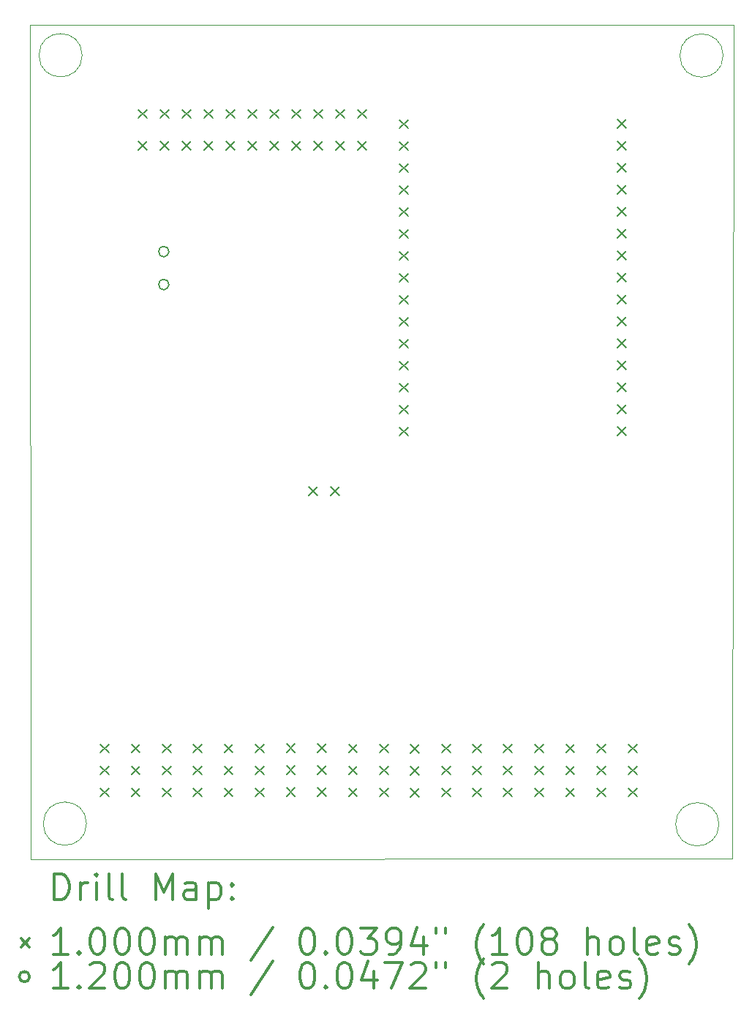
<source format=gbr>
%FSLAX45Y45*%
G04 Gerber Fmt 4.5, Leading zero omitted, Abs format (unit mm)*
G04 Created by KiCad (PCBNEW (5.1.10)-1) date 2023-01-28 17:59:57*
%MOMM*%
%LPD*%
G01*
G04 APERTURE LIST*
%TA.AperFunction,Profile*%
%ADD10C,0.050000*%
%TD*%
%TA.AperFunction,Profile*%
%ADD11C,0.100000*%
%TD*%
%ADD12C,0.200000*%
%ADD13C,0.300000*%
G04 APERTURE END LIST*
D10*
X15095561Y-18250154D02*
G75*
G03*
X15095561Y-18250154I-250023J0D01*
G01*
X7775789Y-18242534D02*
G75*
G03*
X7775789Y-18242534I-250023J0D01*
G01*
X7726005Y-9354566D02*
G75*
G03*
X7726005Y-9354566I-250023J0D01*
G01*
X15144329Y-9358122D02*
G75*
G03*
X15144329Y-9358122I-250023J0D01*
G01*
D11*
X7122414Y-9002014D02*
X15268194Y-9007094D01*
X7127494Y-18651982D02*
X7122414Y-9002014D01*
X7127494Y-18652490D02*
X7127494Y-18651982D01*
X15250922Y-18649442D02*
X7127494Y-18652490D01*
X15268194Y-9007094D02*
X15250922Y-18649442D01*
D12*
X7935760Y-17322330D02*
X8035760Y-17422330D01*
X8035760Y-17322330D02*
X7935760Y-17422330D01*
X7935760Y-17576330D02*
X8035760Y-17676330D01*
X8035760Y-17576330D02*
X7935760Y-17676330D01*
X7935760Y-17830330D02*
X8035760Y-17930330D01*
X8035760Y-17830330D02*
X7935760Y-17930330D01*
X8295170Y-17322330D02*
X8395170Y-17422330D01*
X8395170Y-17322330D02*
X8295170Y-17422330D01*
X8295170Y-17576330D02*
X8395170Y-17676330D01*
X8395170Y-17576330D02*
X8295170Y-17676330D01*
X8295170Y-17830330D02*
X8395170Y-17930330D01*
X8395170Y-17830330D02*
X8295170Y-17930330D01*
X8376450Y-9981730D02*
X8476450Y-10081730D01*
X8476450Y-9981730D02*
X8376450Y-10081730D01*
X8376450Y-10348760D02*
X8476450Y-10448760D01*
X8476450Y-10348760D02*
X8376450Y-10448760D01*
X8630450Y-9981730D02*
X8730450Y-10081730D01*
X8730450Y-9981730D02*
X8630450Y-10081730D01*
X8630450Y-10348760D02*
X8730450Y-10448760D01*
X8730450Y-10348760D02*
X8630450Y-10448760D01*
X8653310Y-17322330D02*
X8753310Y-17422330D01*
X8753310Y-17322330D02*
X8653310Y-17422330D01*
X8653310Y-17576330D02*
X8753310Y-17676330D01*
X8753310Y-17576330D02*
X8653310Y-17676330D01*
X8653310Y-17830330D02*
X8753310Y-17930330D01*
X8753310Y-17830330D02*
X8653310Y-17930330D01*
X8884450Y-9981730D02*
X8984450Y-10081730D01*
X8984450Y-9981730D02*
X8884450Y-10081730D01*
X8884450Y-10348760D02*
X8984450Y-10448760D01*
X8984450Y-10348760D02*
X8884450Y-10448760D01*
X9011450Y-17322330D02*
X9111450Y-17422330D01*
X9111450Y-17322330D02*
X9011450Y-17422330D01*
X9011450Y-17576330D02*
X9111450Y-17676330D01*
X9111450Y-17576330D02*
X9011450Y-17676330D01*
X9011450Y-17830330D02*
X9111450Y-17930330D01*
X9111450Y-17830330D02*
X9011450Y-17930330D01*
X9138450Y-9981730D02*
X9238450Y-10081730D01*
X9238450Y-9981730D02*
X9138450Y-10081730D01*
X9138450Y-10348760D02*
X9238450Y-10448760D01*
X9238450Y-10348760D02*
X9138450Y-10448760D01*
X9370860Y-17322330D02*
X9470860Y-17422330D01*
X9470860Y-17322330D02*
X9370860Y-17422330D01*
X9370860Y-17576330D02*
X9470860Y-17676330D01*
X9470860Y-17576330D02*
X9370860Y-17676330D01*
X9370860Y-17830330D02*
X9470860Y-17930330D01*
X9470860Y-17830330D02*
X9370860Y-17930330D01*
X9392450Y-9981730D02*
X9492450Y-10081730D01*
X9492450Y-9981730D02*
X9392450Y-10081730D01*
X9392450Y-10348760D02*
X9492450Y-10448760D01*
X9492450Y-10348760D02*
X9392450Y-10448760D01*
X9646450Y-9981730D02*
X9746450Y-10081730D01*
X9746450Y-9981730D02*
X9646450Y-10081730D01*
X9646450Y-10348760D02*
X9746450Y-10448760D01*
X9746450Y-10348760D02*
X9646450Y-10448760D01*
X9730270Y-17322330D02*
X9830270Y-17422330D01*
X9830270Y-17322330D02*
X9730270Y-17422330D01*
X9730270Y-17576330D02*
X9830270Y-17676330D01*
X9830270Y-17576330D02*
X9730270Y-17676330D01*
X9730270Y-17830330D02*
X9830270Y-17930330D01*
X9830270Y-17830330D02*
X9730270Y-17930330D01*
X9900450Y-9981730D02*
X10000450Y-10081730D01*
X10000450Y-9981730D02*
X9900450Y-10081730D01*
X9900450Y-10348760D02*
X10000450Y-10448760D01*
X10000450Y-10348760D02*
X9900450Y-10448760D01*
X10090950Y-17321060D02*
X10190950Y-17421060D01*
X10190950Y-17321060D02*
X10090950Y-17421060D01*
X10090950Y-17575060D02*
X10190950Y-17675060D01*
X10190950Y-17575060D02*
X10090950Y-17675060D01*
X10090950Y-17829060D02*
X10190950Y-17929060D01*
X10190950Y-17829060D02*
X10090950Y-17929060D01*
X10154450Y-9981730D02*
X10254450Y-10081730D01*
X10254450Y-9981730D02*
X10154450Y-10081730D01*
X10154450Y-10348760D02*
X10254450Y-10448760D01*
X10254450Y-10348760D02*
X10154450Y-10448760D01*
X10348760Y-14347990D02*
X10448760Y-14447990D01*
X10448760Y-14347990D02*
X10348760Y-14447990D01*
X10408450Y-9981730D02*
X10508450Y-10081730D01*
X10508450Y-9981730D02*
X10408450Y-10081730D01*
X10408450Y-10348760D02*
X10508450Y-10448760D01*
X10508450Y-10348760D02*
X10408450Y-10448760D01*
X10449090Y-17321060D02*
X10549090Y-17421060D01*
X10549090Y-17321060D02*
X10449090Y-17421060D01*
X10449090Y-17575060D02*
X10549090Y-17675060D01*
X10549090Y-17575060D02*
X10449090Y-17675060D01*
X10449090Y-17829060D02*
X10549090Y-17929060D01*
X10549090Y-17829060D02*
X10449090Y-17929060D01*
X10602760Y-14347990D02*
X10702760Y-14447990D01*
X10702760Y-14347990D02*
X10602760Y-14447990D01*
X10662450Y-9981730D02*
X10762450Y-10081730D01*
X10762450Y-9981730D02*
X10662450Y-10081730D01*
X10662450Y-10348760D02*
X10762450Y-10448760D01*
X10762450Y-10348760D02*
X10662450Y-10448760D01*
X10809770Y-17322330D02*
X10909770Y-17422330D01*
X10909770Y-17322330D02*
X10809770Y-17422330D01*
X10809770Y-17576330D02*
X10909770Y-17676330D01*
X10909770Y-17576330D02*
X10809770Y-17676330D01*
X10809770Y-17830330D02*
X10909770Y-17930330D01*
X10909770Y-17830330D02*
X10809770Y-17930330D01*
X10916450Y-9981730D02*
X11016450Y-10081730D01*
X11016450Y-9981730D02*
X10916450Y-10081730D01*
X10916450Y-10348760D02*
X11016450Y-10448760D01*
X11016450Y-10348760D02*
X10916450Y-10448760D01*
X11169180Y-17323600D02*
X11269180Y-17423600D01*
X11269180Y-17323600D02*
X11169180Y-17423600D01*
X11169180Y-17577600D02*
X11269180Y-17677600D01*
X11269180Y-17577600D02*
X11169180Y-17677600D01*
X11169180Y-17831600D02*
X11269180Y-17931600D01*
X11269180Y-17831600D02*
X11169180Y-17931600D01*
X11401590Y-10101110D02*
X11501590Y-10201110D01*
X11501590Y-10101110D02*
X11401590Y-10201110D01*
X11401590Y-10355110D02*
X11501590Y-10455110D01*
X11501590Y-10355110D02*
X11401590Y-10455110D01*
X11401590Y-10609110D02*
X11501590Y-10709110D01*
X11501590Y-10609110D02*
X11401590Y-10709110D01*
X11401590Y-10863110D02*
X11501590Y-10963110D01*
X11501590Y-10863110D02*
X11401590Y-10963110D01*
X11401590Y-11117110D02*
X11501590Y-11217110D01*
X11501590Y-11117110D02*
X11401590Y-11217110D01*
X11401590Y-11371110D02*
X11501590Y-11471110D01*
X11501590Y-11371110D02*
X11401590Y-11471110D01*
X11401590Y-11625110D02*
X11501590Y-11725110D01*
X11501590Y-11625110D02*
X11401590Y-11725110D01*
X11401590Y-11879110D02*
X11501590Y-11979110D01*
X11501590Y-11879110D02*
X11401590Y-11979110D01*
X11401590Y-12133110D02*
X11501590Y-12233110D01*
X11501590Y-12133110D02*
X11401590Y-12233110D01*
X11401590Y-12387110D02*
X11501590Y-12487110D01*
X11501590Y-12387110D02*
X11401590Y-12487110D01*
X11401590Y-12641110D02*
X11501590Y-12741110D01*
X11501590Y-12641110D02*
X11401590Y-12741110D01*
X11401590Y-12895110D02*
X11501590Y-12995110D01*
X11501590Y-12895110D02*
X11401590Y-12995110D01*
X11401590Y-13149110D02*
X11501590Y-13249110D01*
X11501590Y-13149110D02*
X11401590Y-13249110D01*
X11401590Y-13403110D02*
X11501590Y-13503110D01*
X11501590Y-13403110D02*
X11401590Y-13503110D01*
X11401590Y-13657110D02*
X11501590Y-13757110D01*
X11501590Y-13657110D02*
X11401590Y-13757110D01*
X11528590Y-17324870D02*
X11628590Y-17424870D01*
X11628590Y-17324870D02*
X11528590Y-17424870D01*
X11528590Y-17578870D02*
X11628590Y-17678870D01*
X11628590Y-17578870D02*
X11528590Y-17678870D01*
X11528590Y-17832870D02*
X11628590Y-17932870D01*
X11628590Y-17832870D02*
X11528590Y-17932870D01*
X11888000Y-17323600D02*
X11988000Y-17423600D01*
X11988000Y-17323600D02*
X11888000Y-17423600D01*
X11888000Y-17577600D02*
X11988000Y-17677600D01*
X11988000Y-17577600D02*
X11888000Y-17677600D01*
X11888000Y-17831600D02*
X11988000Y-17931600D01*
X11988000Y-17831600D02*
X11888000Y-17931600D01*
X12247410Y-17323600D02*
X12347410Y-17423600D01*
X12347410Y-17323600D02*
X12247410Y-17423600D01*
X12247410Y-17577600D02*
X12347410Y-17677600D01*
X12347410Y-17577600D02*
X12247410Y-17677600D01*
X12247410Y-17831600D02*
X12347410Y-17931600D01*
X12347410Y-17831600D02*
X12247410Y-17931600D01*
X12604280Y-17323600D02*
X12704280Y-17423600D01*
X12704280Y-17323600D02*
X12604280Y-17423600D01*
X12604280Y-17577600D02*
X12704280Y-17677600D01*
X12704280Y-17577600D02*
X12604280Y-17677600D01*
X12604280Y-17831600D02*
X12704280Y-17931600D01*
X12704280Y-17831600D02*
X12604280Y-17931600D01*
X12964960Y-17323600D02*
X13064960Y-17423600D01*
X13064960Y-17323600D02*
X12964960Y-17423600D01*
X12964960Y-17577600D02*
X13064960Y-17677600D01*
X13064960Y-17577600D02*
X12964960Y-17677600D01*
X12964960Y-17831600D02*
X13064960Y-17931600D01*
X13064960Y-17831600D02*
X12964960Y-17931600D01*
X13325640Y-17323600D02*
X13425640Y-17423600D01*
X13425640Y-17323600D02*
X13325640Y-17423600D01*
X13325640Y-17577600D02*
X13425640Y-17677600D01*
X13425640Y-17577600D02*
X13325640Y-17677600D01*
X13325640Y-17831600D02*
X13425640Y-17931600D01*
X13425640Y-17831600D02*
X13325640Y-17931600D01*
X13686320Y-17322330D02*
X13786320Y-17422330D01*
X13786320Y-17322330D02*
X13686320Y-17422330D01*
X13686320Y-17576330D02*
X13786320Y-17676330D01*
X13786320Y-17576330D02*
X13686320Y-17676330D01*
X13686320Y-17830330D02*
X13786320Y-17930330D01*
X13786320Y-17830330D02*
X13686320Y-17930330D01*
X13925080Y-10097300D02*
X14025080Y-10197300D01*
X14025080Y-10097300D02*
X13925080Y-10197300D01*
X13925080Y-10351300D02*
X14025080Y-10451300D01*
X14025080Y-10351300D02*
X13925080Y-10451300D01*
X13925080Y-10605300D02*
X14025080Y-10705300D01*
X14025080Y-10605300D02*
X13925080Y-10705300D01*
X13925080Y-10859300D02*
X14025080Y-10959300D01*
X14025080Y-10859300D02*
X13925080Y-10959300D01*
X13925080Y-11113300D02*
X14025080Y-11213300D01*
X14025080Y-11113300D02*
X13925080Y-11213300D01*
X13925080Y-11367300D02*
X14025080Y-11467300D01*
X14025080Y-11367300D02*
X13925080Y-11467300D01*
X13925080Y-11621300D02*
X14025080Y-11721300D01*
X14025080Y-11621300D02*
X13925080Y-11721300D01*
X13925080Y-11875300D02*
X14025080Y-11975300D01*
X14025080Y-11875300D02*
X13925080Y-11975300D01*
X13925080Y-12129300D02*
X14025080Y-12229300D01*
X14025080Y-12129300D02*
X13925080Y-12229300D01*
X13925080Y-12383300D02*
X14025080Y-12483300D01*
X14025080Y-12383300D02*
X13925080Y-12483300D01*
X13925080Y-12637300D02*
X14025080Y-12737300D01*
X14025080Y-12637300D02*
X13925080Y-12737300D01*
X13925080Y-12891300D02*
X14025080Y-12991300D01*
X14025080Y-12891300D02*
X13925080Y-12991300D01*
X13925080Y-13145300D02*
X14025080Y-13245300D01*
X14025080Y-13145300D02*
X13925080Y-13245300D01*
X13925080Y-13399300D02*
X14025080Y-13499300D01*
X14025080Y-13399300D02*
X13925080Y-13499300D01*
X13925080Y-13653300D02*
X14025080Y-13753300D01*
X14025080Y-13653300D02*
X13925080Y-13753300D01*
X14045730Y-17322330D02*
X14145730Y-17422330D01*
X14145730Y-17322330D02*
X14045730Y-17422330D01*
X14045730Y-17576330D02*
X14145730Y-17676330D01*
X14145730Y-17576330D02*
X14045730Y-17676330D01*
X14045730Y-17830330D02*
X14145730Y-17930330D01*
X14145730Y-17830330D02*
X14045730Y-17930330D01*
X8730290Y-11625580D02*
G75*
G03*
X8730290Y-11625580I-60000J0D01*
G01*
X8730290Y-12006580D02*
G75*
G03*
X8730290Y-12006580I-60000J0D01*
G01*
D13*
X7403842Y-19123204D02*
X7403842Y-18823204D01*
X7475271Y-18823204D01*
X7518128Y-18837490D01*
X7546700Y-18866062D01*
X7560985Y-18894633D01*
X7575271Y-18951776D01*
X7575271Y-18994633D01*
X7560985Y-19051776D01*
X7546700Y-19080347D01*
X7518128Y-19108919D01*
X7475271Y-19123204D01*
X7403842Y-19123204D01*
X7703842Y-19123204D02*
X7703842Y-18923204D01*
X7703842Y-18980347D02*
X7718128Y-18951776D01*
X7732414Y-18937490D01*
X7760985Y-18923204D01*
X7789557Y-18923204D01*
X7889557Y-19123204D02*
X7889557Y-18923204D01*
X7889557Y-18823204D02*
X7875271Y-18837490D01*
X7889557Y-18851776D01*
X7903842Y-18837490D01*
X7889557Y-18823204D01*
X7889557Y-18851776D01*
X8075271Y-19123204D02*
X8046700Y-19108919D01*
X8032414Y-19080347D01*
X8032414Y-18823204D01*
X8232414Y-19123204D02*
X8203842Y-19108919D01*
X8189557Y-19080347D01*
X8189557Y-18823204D01*
X8575271Y-19123204D02*
X8575271Y-18823204D01*
X8675271Y-19037490D01*
X8775271Y-18823204D01*
X8775271Y-19123204D01*
X9046700Y-19123204D02*
X9046700Y-18966062D01*
X9032414Y-18937490D01*
X9003842Y-18923204D01*
X8946700Y-18923204D01*
X8918128Y-18937490D01*
X9046700Y-19108919D02*
X9018128Y-19123204D01*
X8946700Y-19123204D01*
X8918128Y-19108919D01*
X8903842Y-19080347D01*
X8903842Y-19051776D01*
X8918128Y-19023204D01*
X8946700Y-19008919D01*
X9018128Y-19008919D01*
X9046700Y-18994633D01*
X9189557Y-18923204D02*
X9189557Y-19223204D01*
X9189557Y-18937490D02*
X9218128Y-18923204D01*
X9275271Y-18923204D01*
X9303842Y-18937490D01*
X9318128Y-18951776D01*
X9332414Y-18980347D01*
X9332414Y-19066062D01*
X9318128Y-19094633D01*
X9303842Y-19108919D01*
X9275271Y-19123204D01*
X9218128Y-19123204D01*
X9189557Y-19108919D01*
X9460985Y-19094633D02*
X9475271Y-19108919D01*
X9460985Y-19123204D01*
X9446700Y-19108919D01*
X9460985Y-19094633D01*
X9460985Y-19123204D01*
X9460985Y-18937490D02*
X9475271Y-18951776D01*
X9460985Y-18966062D01*
X9446700Y-18951776D01*
X9460985Y-18937490D01*
X9460985Y-18966062D01*
X7017414Y-19567490D02*
X7117414Y-19667490D01*
X7117414Y-19567490D02*
X7017414Y-19667490D01*
X7560985Y-19753204D02*
X7389557Y-19753204D01*
X7475271Y-19753204D02*
X7475271Y-19453204D01*
X7446700Y-19496062D01*
X7418128Y-19524633D01*
X7389557Y-19538919D01*
X7689557Y-19724633D02*
X7703842Y-19738919D01*
X7689557Y-19753204D01*
X7675271Y-19738919D01*
X7689557Y-19724633D01*
X7689557Y-19753204D01*
X7889557Y-19453204D02*
X7918128Y-19453204D01*
X7946700Y-19467490D01*
X7960985Y-19481776D01*
X7975271Y-19510347D01*
X7989557Y-19567490D01*
X7989557Y-19638919D01*
X7975271Y-19696062D01*
X7960985Y-19724633D01*
X7946700Y-19738919D01*
X7918128Y-19753204D01*
X7889557Y-19753204D01*
X7860985Y-19738919D01*
X7846700Y-19724633D01*
X7832414Y-19696062D01*
X7818128Y-19638919D01*
X7818128Y-19567490D01*
X7832414Y-19510347D01*
X7846700Y-19481776D01*
X7860985Y-19467490D01*
X7889557Y-19453204D01*
X8175271Y-19453204D02*
X8203842Y-19453204D01*
X8232414Y-19467490D01*
X8246700Y-19481776D01*
X8260985Y-19510347D01*
X8275271Y-19567490D01*
X8275271Y-19638919D01*
X8260985Y-19696062D01*
X8246700Y-19724633D01*
X8232414Y-19738919D01*
X8203842Y-19753204D01*
X8175271Y-19753204D01*
X8146700Y-19738919D01*
X8132414Y-19724633D01*
X8118128Y-19696062D01*
X8103842Y-19638919D01*
X8103842Y-19567490D01*
X8118128Y-19510347D01*
X8132414Y-19481776D01*
X8146700Y-19467490D01*
X8175271Y-19453204D01*
X8460985Y-19453204D02*
X8489557Y-19453204D01*
X8518128Y-19467490D01*
X8532414Y-19481776D01*
X8546700Y-19510347D01*
X8560985Y-19567490D01*
X8560985Y-19638919D01*
X8546700Y-19696062D01*
X8532414Y-19724633D01*
X8518128Y-19738919D01*
X8489557Y-19753204D01*
X8460985Y-19753204D01*
X8432414Y-19738919D01*
X8418128Y-19724633D01*
X8403842Y-19696062D01*
X8389557Y-19638919D01*
X8389557Y-19567490D01*
X8403842Y-19510347D01*
X8418128Y-19481776D01*
X8432414Y-19467490D01*
X8460985Y-19453204D01*
X8689557Y-19753204D02*
X8689557Y-19553204D01*
X8689557Y-19581776D02*
X8703842Y-19567490D01*
X8732414Y-19553204D01*
X8775271Y-19553204D01*
X8803842Y-19567490D01*
X8818128Y-19596062D01*
X8818128Y-19753204D01*
X8818128Y-19596062D02*
X8832414Y-19567490D01*
X8860985Y-19553204D01*
X8903842Y-19553204D01*
X8932414Y-19567490D01*
X8946700Y-19596062D01*
X8946700Y-19753204D01*
X9089557Y-19753204D02*
X9089557Y-19553204D01*
X9089557Y-19581776D02*
X9103842Y-19567490D01*
X9132414Y-19553204D01*
X9175271Y-19553204D01*
X9203842Y-19567490D01*
X9218128Y-19596062D01*
X9218128Y-19753204D01*
X9218128Y-19596062D02*
X9232414Y-19567490D01*
X9260985Y-19553204D01*
X9303842Y-19553204D01*
X9332414Y-19567490D01*
X9346700Y-19596062D01*
X9346700Y-19753204D01*
X9932414Y-19438919D02*
X9675271Y-19824633D01*
X10318128Y-19453204D02*
X10346700Y-19453204D01*
X10375271Y-19467490D01*
X10389557Y-19481776D01*
X10403842Y-19510347D01*
X10418128Y-19567490D01*
X10418128Y-19638919D01*
X10403842Y-19696062D01*
X10389557Y-19724633D01*
X10375271Y-19738919D01*
X10346700Y-19753204D01*
X10318128Y-19753204D01*
X10289557Y-19738919D01*
X10275271Y-19724633D01*
X10260985Y-19696062D01*
X10246700Y-19638919D01*
X10246700Y-19567490D01*
X10260985Y-19510347D01*
X10275271Y-19481776D01*
X10289557Y-19467490D01*
X10318128Y-19453204D01*
X10546700Y-19724633D02*
X10560985Y-19738919D01*
X10546700Y-19753204D01*
X10532414Y-19738919D01*
X10546700Y-19724633D01*
X10546700Y-19753204D01*
X10746700Y-19453204D02*
X10775271Y-19453204D01*
X10803842Y-19467490D01*
X10818128Y-19481776D01*
X10832414Y-19510347D01*
X10846700Y-19567490D01*
X10846700Y-19638919D01*
X10832414Y-19696062D01*
X10818128Y-19724633D01*
X10803842Y-19738919D01*
X10775271Y-19753204D01*
X10746700Y-19753204D01*
X10718128Y-19738919D01*
X10703842Y-19724633D01*
X10689557Y-19696062D01*
X10675271Y-19638919D01*
X10675271Y-19567490D01*
X10689557Y-19510347D01*
X10703842Y-19481776D01*
X10718128Y-19467490D01*
X10746700Y-19453204D01*
X10946700Y-19453204D02*
X11132414Y-19453204D01*
X11032414Y-19567490D01*
X11075271Y-19567490D01*
X11103842Y-19581776D01*
X11118128Y-19596062D01*
X11132414Y-19624633D01*
X11132414Y-19696062D01*
X11118128Y-19724633D01*
X11103842Y-19738919D01*
X11075271Y-19753204D01*
X10989557Y-19753204D01*
X10960985Y-19738919D01*
X10946700Y-19724633D01*
X11275271Y-19753204D02*
X11332414Y-19753204D01*
X11360985Y-19738919D01*
X11375271Y-19724633D01*
X11403842Y-19681776D01*
X11418128Y-19624633D01*
X11418128Y-19510347D01*
X11403842Y-19481776D01*
X11389557Y-19467490D01*
X11360985Y-19453204D01*
X11303842Y-19453204D01*
X11275271Y-19467490D01*
X11260985Y-19481776D01*
X11246700Y-19510347D01*
X11246700Y-19581776D01*
X11260985Y-19610347D01*
X11275271Y-19624633D01*
X11303842Y-19638919D01*
X11360985Y-19638919D01*
X11389557Y-19624633D01*
X11403842Y-19610347D01*
X11418128Y-19581776D01*
X11675271Y-19553204D02*
X11675271Y-19753204D01*
X11603842Y-19438919D02*
X11532414Y-19653204D01*
X11718128Y-19653204D01*
X11818128Y-19453204D02*
X11818128Y-19510347D01*
X11932414Y-19453204D02*
X11932414Y-19510347D01*
X12375271Y-19867490D02*
X12360985Y-19853204D01*
X12332414Y-19810347D01*
X12318128Y-19781776D01*
X12303842Y-19738919D01*
X12289557Y-19667490D01*
X12289557Y-19610347D01*
X12303842Y-19538919D01*
X12318128Y-19496062D01*
X12332414Y-19467490D01*
X12360985Y-19424633D01*
X12375271Y-19410347D01*
X12646700Y-19753204D02*
X12475271Y-19753204D01*
X12560985Y-19753204D02*
X12560985Y-19453204D01*
X12532414Y-19496062D01*
X12503842Y-19524633D01*
X12475271Y-19538919D01*
X12832414Y-19453204D02*
X12860985Y-19453204D01*
X12889557Y-19467490D01*
X12903842Y-19481776D01*
X12918128Y-19510347D01*
X12932414Y-19567490D01*
X12932414Y-19638919D01*
X12918128Y-19696062D01*
X12903842Y-19724633D01*
X12889557Y-19738919D01*
X12860985Y-19753204D01*
X12832414Y-19753204D01*
X12803842Y-19738919D01*
X12789557Y-19724633D01*
X12775271Y-19696062D01*
X12760985Y-19638919D01*
X12760985Y-19567490D01*
X12775271Y-19510347D01*
X12789557Y-19481776D01*
X12803842Y-19467490D01*
X12832414Y-19453204D01*
X13103842Y-19581776D02*
X13075271Y-19567490D01*
X13060985Y-19553204D01*
X13046700Y-19524633D01*
X13046700Y-19510347D01*
X13060985Y-19481776D01*
X13075271Y-19467490D01*
X13103842Y-19453204D01*
X13160985Y-19453204D01*
X13189557Y-19467490D01*
X13203842Y-19481776D01*
X13218128Y-19510347D01*
X13218128Y-19524633D01*
X13203842Y-19553204D01*
X13189557Y-19567490D01*
X13160985Y-19581776D01*
X13103842Y-19581776D01*
X13075271Y-19596062D01*
X13060985Y-19610347D01*
X13046700Y-19638919D01*
X13046700Y-19696062D01*
X13060985Y-19724633D01*
X13075271Y-19738919D01*
X13103842Y-19753204D01*
X13160985Y-19753204D01*
X13189557Y-19738919D01*
X13203842Y-19724633D01*
X13218128Y-19696062D01*
X13218128Y-19638919D01*
X13203842Y-19610347D01*
X13189557Y-19596062D01*
X13160985Y-19581776D01*
X13575271Y-19753204D02*
X13575271Y-19453204D01*
X13703842Y-19753204D02*
X13703842Y-19596062D01*
X13689557Y-19567490D01*
X13660985Y-19553204D01*
X13618128Y-19553204D01*
X13589557Y-19567490D01*
X13575271Y-19581776D01*
X13889557Y-19753204D02*
X13860985Y-19738919D01*
X13846700Y-19724633D01*
X13832414Y-19696062D01*
X13832414Y-19610347D01*
X13846700Y-19581776D01*
X13860985Y-19567490D01*
X13889557Y-19553204D01*
X13932414Y-19553204D01*
X13960985Y-19567490D01*
X13975271Y-19581776D01*
X13989557Y-19610347D01*
X13989557Y-19696062D01*
X13975271Y-19724633D01*
X13960985Y-19738919D01*
X13932414Y-19753204D01*
X13889557Y-19753204D01*
X14160985Y-19753204D02*
X14132414Y-19738919D01*
X14118128Y-19710347D01*
X14118128Y-19453204D01*
X14389557Y-19738919D02*
X14360985Y-19753204D01*
X14303842Y-19753204D01*
X14275271Y-19738919D01*
X14260985Y-19710347D01*
X14260985Y-19596062D01*
X14275271Y-19567490D01*
X14303842Y-19553204D01*
X14360985Y-19553204D01*
X14389557Y-19567490D01*
X14403842Y-19596062D01*
X14403842Y-19624633D01*
X14260985Y-19653204D01*
X14518128Y-19738919D02*
X14546700Y-19753204D01*
X14603842Y-19753204D01*
X14632414Y-19738919D01*
X14646700Y-19710347D01*
X14646700Y-19696062D01*
X14632414Y-19667490D01*
X14603842Y-19653204D01*
X14560985Y-19653204D01*
X14532414Y-19638919D01*
X14518128Y-19610347D01*
X14518128Y-19596062D01*
X14532414Y-19567490D01*
X14560985Y-19553204D01*
X14603842Y-19553204D01*
X14632414Y-19567490D01*
X14746700Y-19867490D02*
X14760985Y-19853204D01*
X14789557Y-19810347D01*
X14803842Y-19781776D01*
X14818128Y-19738919D01*
X14832414Y-19667490D01*
X14832414Y-19610347D01*
X14818128Y-19538919D01*
X14803842Y-19496062D01*
X14789557Y-19467490D01*
X14760985Y-19424633D01*
X14746700Y-19410347D01*
X7117414Y-20013490D02*
G75*
G03*
X7117414Y-20013490I-60000J0D01*
G01*
X7560985Y-20149204D02*
X7389557Y-20149204D01*
X7475271Y-20149204D02*
X7475271Y-19849204D01*
X7446700Y-19892062D01*
X7418128Y-19920633D01*
X7389557Y-19934919D01*
X7689557Y-20120633D02*
X7703842Y-20134919D01*
X7689557Y-20149204D01*
X7675271Y-20134919D01*
X7689557Y-20120633D01*
X7689557Y-20149204D01*
X7818128Y-19877776D02*
X7832414Y-19863490D01*
X7860985Y-19849204D01*
X7932414Y-19849204D01*
X7960985Y-19863490D01*
X7975271Y-19877776D01*
X7989557Y-19906347D01*
X7989557Y-19934919D01*
X7975271Y-19977776D01*
X7803842Y-20149204D01*
X7989557Y-20149204D01*
X8175271Y-19849204D02*
X8203842Y-19849204D01*
X8232414Y-19863490D01*
X8246700Y-19877776D01*
X8260985Y-19906347D01*
X8275271Y-19963490D01*
X8275271Y-20034919D01*
X8260985Y-20092062D01*
X8246700Y-20120633D01*
X8232414Y-20134919D01*
X8203842Y-20149204D01*
X8175271Y-20149204D01*
X8146700Y-20134919D01*
X8132414Y-20120633D01*
X8118128Y-20092062D01*
X8103842Y-20034919D01*
X8103842Y-19963490D01*
X8118128Y-19906347D01*
X8132414Y-19877776D01*
X8146700Y-19863490D01*
X8175271Y-19849204D01*
X8460985Y-19849204D02*
X8489557Y-19849204D01*
X8518128Y-19863490D01*
X8532414Y-19877776D01*
X8546700Y-19906347D01*
X8560985Y-19963490D01*
X8560985Y-20034919D01*
X8546700Y-20092062D01*
X8532414Y-20120633D01*
X8518128Y-20134919D01*
X8489557Y-20149204D01*
X8460985Y-20149204D01*
X8432414Y-20134919D01*
X8418128Y-20120633D01*
X8403842Y-20092062D01*
X8389557Y-20034919D01*
X8389557Y-19963490D01*
X8403842Y-19906347D01*
X8418128Y-19877776D01*
X8432414Y-19863490D01*
X8460985Y-19849204D01*
X8689557Y-20149204D02*
X8689557Y-19949204D01*
X8689557Y-19977776D02*
X8703842Y-19963490D01*
X8732414Y-19949204D01*
X8775271Y-19949204D01*
X8803842Y-19963490D01*
X8818128Y-19992062D01*
X8818128Y-20149204D01*
X8818128Y-19992062D02*
X8832414Y-19963490D01*
X8860985Y-19949204D01*
X8903842Y-19949204D01*
X8932414Y-19963490D01*
X8946700Y-19992062D01*
X8946700Y-20149204D01*
X9089557Y-20149204D02*
X9089557Y-19949204D01*
X9089557Y-19977776D02*
X9103842Y-19963490D01*
X9132414Y-19949204D01*
X9175271Y-19949204D01*
X9203842Y-19963490D01*
X9218128Y-19992062D01*
X9218128Y-20149204D01*
X9218128Y-19992062D02*
X9232414Y-19963490D01*
X9260985Y-19949204D01*
X9303842Y-19949204D01*
X9332414Y-19963490D01*
X9346700Y-19992062D01*
X9346700Y-20149204D01*
X9932414Y-19834919D02*
X9675271Y-20220633D01*
X10318128Y-19849204D02*
X10346700Y-19849204D01*
X10375271Y-19863490D01*
X10389557Y-19877776D01*
X10403842Y-19906347D01*
X10418128Y-19963490D01*
X10418128Y-20034919D01*
X10403842Y-20092062D01*
X10389557Y-20120633D01*
X10375271Y-20134919D01*
X10346700Y-20149204D01*
X10318128Y-20149204D01*
X10289557Y-20134919D01*
X10275271Y-20120633D01*
X10260985Y-20092062D01*
X10246700Y-20034919D01*
X10246700Y-19963490D01*
X10260985Y-19906347D01*
X10275271Y-19877776D01*
X10289557Y-19863490D01*
X10318128Y-19849204D01*
X10546700Y-20120633D02*
X10560985Y-20134919D01*
X10546700Y-20149204D01*
X10532414Y-20134919D01*
X10546700Y-20120633D01*
X10546700Y-20149204D01*
X10746700Y-19849204D02*
X10775271Y-19849204D01*
X10803842Y-19863490D01*
X10818128Y-19877776D01*
X10832414Y-19906347D01*
X10846700Y-19963490D01*
X10846700Y-20034919D01*
X10832414Y-20092062D01*
X10818128Y-20120633D01*
X10803842Y-20134919D01*
X10775271Y-20149204D01*
X10746700Y-20149204D01*
X10718128Y-20134919D01*
X10703842Y-20120633D01*
X10689557Y-20092062D01*
X10675271Y-20034919D01*
X10675271Y-19963490D01*
X10689557Y-19906347D01*
X10703842Y-19877776D01*
X10718128Y-19863490D01*
X10746700Y-19849204D01*
X11103842Y-19949204D02*
X11103842Y-20149204D01*
X11032414Y-19834919D02*
X10960985Y-20049204D01*
X11146700Y-20049204D01*
X11232414Y-19849204D02*
X11432414Y-19849204D01*
X11303842Y-20149204D01*
X11532414Y-19877776D02*
X11546700Y-19863490D01*
X11575271Y-19849204D01*
X11646700Y-19849204D01*
X11675271Y-19863490D01*
X11689557Y-19877776D01*
X11703842Y-19906347D01*
X11703842Y-19934919D01*
X11689557Y-19977776D01*
X11518128Y-20149204D01*
X11703842Y-20149204D01*
X11818128Y-19849204D02*
X11818128Y-19906347D01*
X11932414Y-19849204D02*
X11932414Y-19906347D01*
X12375271Y-20263490D02*
X12360985Y-20249204D01*
X12332414Y-20206347D01*
X12318128Y-20177776D01*
X12303842Y-20134919D01*
X12289557Y-20063490D01*
X12289557Y-20006347D01*
X12303842Y-19934919D01*
X12318128Y-19892062D01*
X12332414Y-19863490D01*
X12360985Y-19820633D01*
X12375271Y-19806347D01*
X12475271Y-19877776D02*
X12489557Y-19863490D01*
X12518128Y-19849204D01*
X12589557Y-19849204D01*
X12618128Y-19863490D01*
X12632414Y-19877776D01*
X12646700Y-19906347D01*
X12646700Y-19934919D01*
X12632414Y-19977776D01*
X12460985Y-20149204D01*
X12646700Y-20149204D01*
X13003842Y-20149204D02*
X13003842Y-19849204D01*
X13132414Y-20149204D02*
X13132414Y-19992062D01*
X13118128Y-19963490D01*
X13089557Y-19949204D01*
X13046700Y-19949204D01*
X13018128Y-19963490D01*
X13003842Y-19977776D01*
X13318128Y-20149204D02*
X13289557Y-20134919D01*
X13275271Y-20120633D01*
X13260985Y-20092062D01*
X13260985Y-20006347D01*
X13275271Y-19977776D01*
X13289557Y-19963490D01*
X13318128Y-19949204D01*
X13360985Y-19949204D01*
X13389557Y-19963490D01*
X13403842Y-19977776D01*
X13418128Y-20006347D01*
X13418128Y-20092062D01*
X13403842Y-20120633D01*
X13389557Y-20134919D01*
X13360985Y-20149204D01*
X13318128Y-20149204D01*
X13589557Y-20149204D02*
X13560985Y-20134919D01*
X13546700Y-20106347D01*
X13546700Y-19849204D01*
X13818128Y-20134919D02*
X13789557Y-20149204D01*
X13732414Y-20149204D01*
X13703842Y-20134919D01*
X13689557Y-20106347D01*
X13689557Y-19992062D01*
X13703842Y-19963490D01*
X13732414Y-19949204D01*
X13789557Y-19949204D01*
X13818128Y-19963490D01*
X13832414Y-19992062D01*
X13832414Y-20020633D01*
X13689557Y-20049204D01*
X13946700Y-20134919D02*
X13975271Y-20149204D01*
X14032414Y-20149204D01*
X14060985Y-20134919D01*
X14075271Y-20106347D01*
X14075271Y-20092062D01*
X14060985Y-20063490D01*
X14032414Y-20049204D01*
X13989557Y-20049204D01*
X13960985Y-20034919D01*
X13946700Y-20006347D01*
X13946700Y-19992062D01*
X13960985Y-19963490D01*
X13989557Y-19949204D01*
X14032414Y-19949204D01*
X14060985Y-19963490D01*
X14175271Y-20263490D02*
X14189557Y-20249204D01*
X14218128Y-20206347D01*
X14232414Y-20177776D01*
X14246700Y-20134919D01*
X14260985Y-20063490D01*
X14260985Y-20006347D01*
X14246700Y-19934919D01*
X14232414Y-19892062D01*
X14218128Y-19863490D01*
X14189557Y-19820633D01*
X14175271Y-19806347D01*
M02*

</source>
